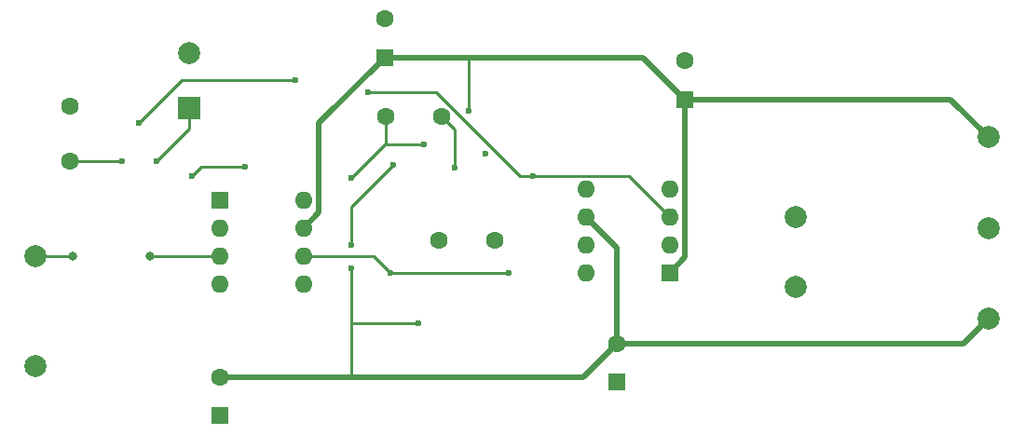
<source format=gbr>
G04 #@! TF.GenerationSoftware,KiCad,Pcbnew,(5.1.9-0-10_14)*
G04 #@! TF.CreationDate,2021-03-07T14:06:43+01:00*
G04 #@! TF.ProjectId,lt1115-phono-mm-mc,6c743131-3135-42d7-9068-6f6e6f2d6d6d,rev?*
G04 #@! TF.SameCoordinates,Original*
G04 #@! TF.FileFunction,Copper,L2,Bot*
G04 #@! TF.FilePolarity,Positive*
%FSLAX46Y46*%
G04 Gerber Fmt 4.6, Leading zero omitted, Abs format (unit mm)*
G04 Created by KiCad (PCBNEW (5.1.9-0-10_14)) date 2021-03-07 14:06:43*
%MOMM*%
%LPD*%
G01*
G04 APERTURE LIST*
G04 #@! TA.AperFunction,ComponentPad*
%ADD10O,1.600000X1.600000*%
G04 #@! TD*
G04 #@! TA.AperFunction,ComponentPad*
%ADD11R,1.600000X1.600000*%
G04 #@! TD*
G04 #@! TA.AperFunction,ComponentPad*
%ADD12C,2.000000*%
G04 #@! TD*
G04 #@! TA.AperFunction,ComponentPad*
%ADD13C,1.600000*%
G04 #@! TD*
G04 #@! TA.AperFunction,ComponentPad*
%ADD14R,2.000000X2.000000*%
G04 #@! TD*
G04 #@! TA.AperFunction,ViaPad*
%ADD15C,0.800000*%
G04 #@! TD*
G04 #@! TA.AperFunction,ViaPad*
%ADD16C,0.600000*%
G04 #@! TD*
G04 #@! TA.AperFunction,Conductor*
%ADD17C,0.250000*%
G04 #@! TD*
G04 #@! TA.AperFunction,Conductor*
%ADD18C,0.500000*%
G04 #@! TD*
G04 APERTURE END LIST*
D10*
X134874000Y-120904000D03*
X142494000Y-113284000D03*
X134874000Y-118364000D03*
X142494000Y-115824000D03*
X134874000Y-115824000D03*
X142494000Y-118364000D03*
X134874000Y-113284000D03*
D11*
X142494000Y-120904000D03*
D10*
X109220000Y-114300000D03*
X101600000Y-121920000D03*
X109220000Y-116840000D03*
X101600000Y-119380000D03*
X109220000Y-119380000D03*
X101600000Y-116840000D03*
X109220000Y-121920000D03*
D11*
X101600000Y-114300000D03*
D12*
X153924000Y-122174000D03*
X153924000Y-115824000D03*
X171450000Y-125095000D03*
X171450000Y-116840000D03*
X171450000Y-108585000D03*
X84836000Y-129413000D03*
X84836000Y-119380000D03*
D13*
X121539000Y-117983000D03*
X126539000Y-117983000D03*
X121713000Y-106680000D03*
X116713000Y-106680000D03*
X137668000Y-127381000D03*
D11*
X137668000Y-130881000D03*
D13*
X143891000Y-101656000D03*
D11*
X143891000Y-105156000D03*
D13*
X101600000Y-130429000D03*
D11*
X101600000Y-133929000D03*
D13*
X116586000Y-97846000D03*
D11*
X116586000Y-101346000D03*
D12*
X98806000Y-100918000D03*
D14*
X98806000Y-105918000D03*
D13*
X88011000Y-110744000D03*
X88011000Y-105744000D03*
D15*
X88265000Y-119380000D03*
X95250000Y-119380000D03*
D16*
X92710000Y-110744000D03*
X95885000Y-110744000D03*
X125730000Y-110109000D03*
X124206000Y-106172000D03*
X117348000Y-111125000D03*
X113538000Y-118364000D03*
X113538000Y-120523000D03*
X119634000Y-125476000D03*
X99060000Y-112141000D03*
X103886000Y-111252000D03*
X130048000Y-112141000D03*
X115062000Y-104521000D03*
X108458000Y-103378000D03*
X94234000Y-107315000D03*
X122936000Y-111379000D03*
X117094000Y-120904000D03*
X127889000Y-120904000D03*
X120142000Y-109220000D03*
X113538000Y-112268000D03*
D17*
X95250000Y-119380000D02*
X101600000Y-119380000D01*
X84836000Y-119380000D02*
X88265000Y-119380000D01*
X92710000Y-110744000D02*
X88011000Y-110744000D01*
X95885000Y-110744000D02*
X98806000Y-107823000D01*
X98806000Y-107823000D02*
X98806000Y-105918000D01*
D18*
X110605001Y-107326999D02*
X116586000Y-101346000D01*
X110605001Y-115454999D02*
X110605001Y-107326999D01*
X109220000Y-116840000D02*
X110605001Y-115454999D01*
X143891000Y-119507000D02*
X142494000Y-120904000D01*
X143891000Y-105156000D02*
X143891000Y-119507000D01*
X168021000Y-105156000D02*
X171450000Y-108585000D01*
X143891000Y-105156000D02*
X168021000Y-105156000D01*
X143891000Y-105156000D02*
X140081000Y-101346000D01*
D17*
X124206000Y-106172000D02*
X124206000Y-101346000D01*
D18*
X124206000Y-101346000D02*
X116586000Y-101346000D01*
X140081000Y-101346000D02*
X124206000Y-101346000D01*
D17*
X113538000Y-114935000D02*
X113538000Y-118364000D01*
X117348000Y-111125000D02*
X113538000Y-114935000D01*
X113538000Y-120523000D02*
X113538000Y-125476000D01*
X119634000Y-125476000D02*
X113538000Y-125476000D01*
D18*
X169164000Y-127381000D02*
X171450000Y-125095000D01*
X137668000Y-127381000D02*
X169164000Y-127381000D01*
X137668000Y-118618000D02*
X134874000Y-115824000D01*
X137668000Y-127381000D02*
X137668000Y-118618000D01*
X134620000Y-130429000D02*
X137668000Y-127381000D01*
D17*
X113538000Y-130175000D02*
X113284000Y-130429000D01*
X113538000Y-125476000D02*
X113538000Y-130175000D01*
D18*
X113284000Y-130429000D02*
X134620000Y-130429000D01*
X101600000Y-130429000D02*
X113284000Y-130429000D01*
D17*
X99060000Y-112141000D02*
X99949000Y-111252000D01*
X99949000Y-111252000D02*
X103886000Y-111252000D01*
X130053500Y-112135500D02*
X130048000Y-112141000D01*
X98171000Y-103378000D02*
X94234000Y-107315000D01*
X108458000Y-103378000D02*
X98171000Y-103378000D01*
X138811000Y-112141000D02*
X130048000Y-112141000D01*
X142494000Y-115824000D02*
X138811000Y-112141000D01*
X128839002Y-112141000D02*
X130048000Y-112141000D01*
X121219002Y-104521000D02*
X128839002Y-112141000D01*
X115062000Y-104521000D02*
X121219002Y-104521000D01*
X122936000Y-107903000D02*
X121713000Y-106680000D01*
X122936000Y-111379000D02*
X122936000Y-107903000D01*
X115570000Y-119380000D02*
X117094000Y-120904000D01*
X109220000Y-119380000D02*
X115570000Y-119380000D01*
X127889000Y-120904000D02*
X117094000Y-120904000D01*
X116713000Y-106680000D02*
X116713000Y-109220000D01*
X116713000Y-109220000D02*
X120142000Y-109220000D01*
X116586000Y-109220000D02*
X113538000Y-112268000D01*
X116713000Y-109220000D02*
X116586000Y-109220000D01*
M02*

</source>
